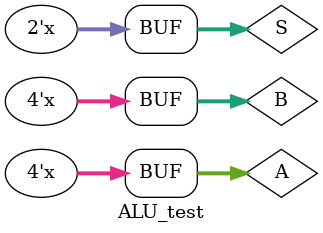
<source format=v>
`timescale 1ns / 1ps


module ALU_test;

	// Inputs
	reg [3:0] A;
	reg [3:0] B;
	reg [1:0] S;

	// Outputs
	wire [7:0] Y;

	// Instantiate the Unit Under Test (UUT)
	ALU uut (
		.A(A), 
		.B(B), 
		.S(S), 
		.Y(Y)
	);

	initial begin
		// Initialize Inputs
		A = 0;
		B = 0;
		S = 0;

		// Wait 100 ns for global reset to finish
		#100;
        
		// Add stimulus here

	end
   
		always begin
		
		#1 {A,B,S}={A,B,S}+1'b1;
		
		end
		
endmodule


</source>
